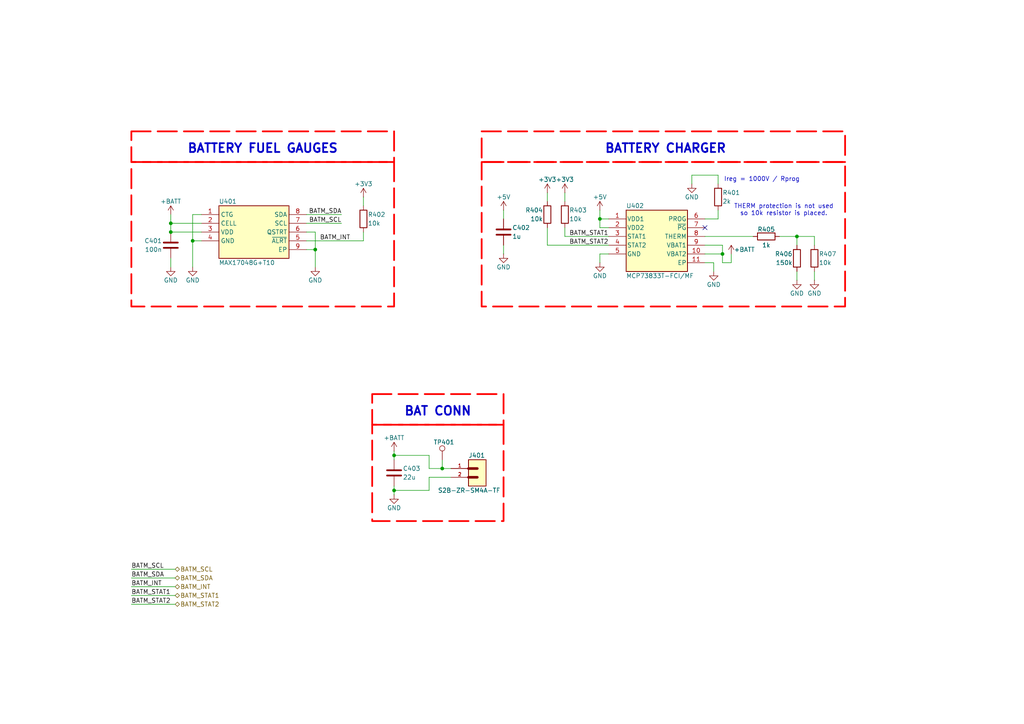
<source format=kicad_sch>
(kicad_sch (version 20231120) (generator "eeschema") (generator_version "8.0")
  (paper "A4")
  (title_block (title "Carga y gestión de la batería") (date "2024-07-18") (rev "Final") (company "MQuero"))
  (lib_symbols
    (symbol "Connector:TestPoint" (pin_numbers hide) (pin_names (offset 0.762) hide)
      (property "Reference" "TP" (at 0 6.858 0))
      (property "Value" "TestPoint" (at 0 5.08 0))
      (symbol "TestPoint_0_1"
        (circle (center 0 3.302) (radius 0.762))
      )
      (symbol "TestPoint_1_1"
        (pin passive line (at 0 0 90) (length 2.54) (name "1") (number "1"))
      )
    )
    (symbol "Device:C" (pin_numbers hide) (pin_names (offset 0.254))
      (property "Reference" "C" (at 0.635 2.54 0))
      (property "Value" "C" (at 0.635 -2.54 0))
      (symbol "C_0_1"
        (polyline (pts (xy -2.032 -0.762) (xy 2.032 -0.762)) (stroke (width 0.508)))
        (polyline (pts (xy -2.032 0.762) (xy 2.032 0.762)) (stroke (width 0.508)))
      )
      (symbol "C_1_1"
        (pin passive line (at 0 3.81 270) (length 2.794) (name "~") (number "1"))
        (pin passive line (at 0 -3.81 90) (length 2.794) (name "~") (number "2"))
      )
    )
    (symbol "Device:R" (pin_numbers hide) (pin_names (offset 0))
      (property "Reference" "R" (at 2.032 0 90))
      (property "Value" "R" (at 0 0 90))
      (symbol "R_0_1"
        (rectangle (start -1.016 -2.54) (end 1.016 2.54) (stroke (width 0.254)))
      )
      (symbol "R_1_1"
        (pin passive line (at 0 3.81 270) (length 1.27) (name "~") (number "1"))
        (pin passive line (at 0 -3.81 90) (length 1.27) (name "~") (number "2"))
      )
    )
    (symbol "TFG:MAX17048G+T10"
      (property "Reference" "U" (at 0 1.27 0))
      (property "Value" "MAX17048G+T10" (at 0 -16.51 0))
      (symbol "MAX17048G+T10_1_1"
        (rectangle (start 0 0) (end 20.32 -15.24) (stroke (width 0.254)) (fill (type background)))
        (pin unspecified line (at -5.08 -2.54 0) (length 5.08) (name "CTG") (number "1"))
        (pin unspecified line (at -5.08 -5.08 0) (length 5.08) (name "CELL") (number "2"))
        (pin unspecified line (at -5.08 -7.62 0) (length 5.08) (name "VDD") (number "3"))
        (pin unspecified line (at -5.08 -10.16 0) (length 5.08) (name "GND") (number "4"))
        (pin unspecified line (at 25.4 -10.16 180) (length 5.08) (name "~{ALRT}") (number "5"))
        (pin unspecified line (at 25.4 -7.62 180) (length 5.08) (name "QSTRT") (number "6"))
        (pin unspecified line (at 25.4 -5.08 180) (length 5.08) (name "SCL") (number "7"))
        (pin unspecified line (at 25.4 -2.54 180) (length 5.08) (name "SDA") (number "8"))
        (pin unspecified line (at 25.4 -12.7 180) (length 5.08) (name "EP") (number "9"))
      )
    )
    (symbol "TFG:MCP73833T-FCI_MF" (pin_names (offset 0.254))
      (property "Reference" "U" (at 0 1.27 0))
      (property "Value" "MCP73833T-FCI/MF" (at 0 -19.05 0))
      (symbol "MCP73833T-FCI_MF_1_1"
        (rectangle (start 0 0) (end 17.78 -17.78) (stroke (width 0.254)) (fill (type background)))
        (pin unspecified line (at -5.08 -2.54 0) (length 5.08) (name "VDD1") (number "1"))
        (pin unspecified line (at 22.86 -12.7 180) (length 5.08) (name "VBAT2") (number "10"))
        (pin unspecified line (at 22.86 -15.24 180) (length 5.08) (name "EP") (number "11"))
        (pin unspecified line (at -5.08 -5.08 0) (length 5.08) (name "VDD2") (number "2"))
        (pin unspecified line (at -5.08 -7.62 0) (length 5.08) (name "STAT1") (number "3"))
        (pin unspecified line (at -5.08 -10.16 0) (length 5.08) (name "STAT2") (number "4"))
        (pin unspecified line (at -5.08 -12.7 0) (length 5.08) (name "GND") (number "5"))
        (pin unspecified line (at 22.86 -2.54 180) (length 5.08) (name "PROG") (number "6"))
        (pin unspecified line (at 22.86 -5.08 180) (length 5.08) (name "~{PG}") (number "7"))
        (pin unspecified line (at 22.86 -7.62 180) (length 5.08) (name "THERM") (number "8"))
        (pin unspecified line (at 22.86 -10.16 180) (length 5.08) (name "VBAT1") (number "9"))
      )
    )
    (symbol "TFG:S2B-ZR-SM4A-TF" (pin_names (offset 1.016))
      (property "Reference" "J" (at 0 1.27 0))
      (property "Value" "S2B-ZR-SM4A-TF" (at 0 -8.89 0))
      (symbol "S2B-ZR-SM4A-TF_0_0"
        (polyline (pts (xy 0 -5.08) (xy 2.54 -5.08)) (stroke (width 0.762)))
        (polyline (pts (xy 0 -2.54) (xy 2.54 -2.54)) (stroke (width 0.762)))
        (rectangle (start 0 0) (end 5.08 -7.62) (stroke (width 0.254)) (fill (type background)))
      )
      (symbol "S2B-ZR-SM4A-TF_1_0"
        (pin unspecified line (at -5.08 -2.54 0) (length 5.08) (name "~") (number "1"))
        (pin unspecified line (at -5.08 -5.08 0) (length 5.08) (name "~") (number "2"))
      )
    )
    (symbol "power:+3V3" (power) (pin_numbers hide) (pin_names (offset 0) hide)
      (property "Value" "+3V3" (at 0 3.556 0))
      (symbol "+3V3_0_1"
        (polyline (pts (xy -0.762 1.27) (xy 0 2.54)))
        (polyline (pts (xy 0 0) (xy 0 2.54)))
        (polyline (pts (xy 0 2.54) (xy 0.762 1.27)))
      )
      (symbol "+3V3_1_1"
        (pin power_in line (at 0 0 90) (length 0) (name "~") (number "1"))
      )
    )
    (symbol "power:+5V" (power) (pin_numbers hide) (pin_names (offset 0) hide)
      (property "Value" "+5V" (at 0 3.556 0))
      (symbol "+5V_0_1"
        (polyline (pts (xy -0.762 1.27) (xy 0 2.54)))
        (polyline (pts (xy 0 0) (xy 0 2.54)))
        (polyline (pts (xy 0 2.54) (xy 0.762 1.27)))
      )
      (symbol "+5V_1_1"
        (pin power_in line (at 0 0 90) (length 0) (name "~") (number "1"))
      )
    )
    (symbol "power:+BATT" (power) (pin_numbers hide) (pin_names (offset 0) hide)
      (property "Value" "+BATT" (at 0 3.556 0))
      (symbol "+BATT_0_1"
        (polyline (pts (xy -0.762 1.27) (xy 0 2.54)))
        (polyline (pts (xy 0 0) (xy 0 2.54)))
        (polyline (pts (xy 0 2.54) (xy 0.762 1.27)))
      )
      (symbol "+BATT_1_1"
        (pin power_in line (at 0 0 90) (length 0) (name "~") (number "1"))
      )
    )
    (symbol "power:GND" (power) (pin_numbers hide) (pin_names (offset 0) hide)
      (property "Value" "GND" (at 0 -3.81 0))
      (symbol "GND_0_1"
        (polyline (pts (xy 0 0) (xy 0 -1.27) (xy 1.27 -1.27) (xy 0 -2.54) (xy -1.27 -1.27) (xy 0 -1.27)))
      )
      (symbol "GND_1_1"
        (pin power_in line (at 0 0 270) (length 0) (name "~") (number "1"))
      )
    )
  )
  (junction (at 91.44 72.39))
  (junction (at 49.53 67.31))
  (junction (at 128.27 135.89))
  (junction (at 55.88 69.85))
  (junction (at 114.3 142.24))
  (junction (at 209.55 73.66))
  (junction (at 173.99 63.5))
  (junction (at 49.53 64.77))
  (junction (at 231.14 68.58))
  (junction (at 114.3 132.08))
  (no_connect (at 204.47 66.04))
  (wire (pts (xy 163.83 68.58) (xy 163.83 66.04)))
  (wire (pts (xy 146.05 60.96) (xy 146.05 63.5)))
  (wire (pts (xy 38.1 175.26) (xy 50.8 175.26)))
  (wire (pts (xy 231.14 68.58) (xy 226.06 68.58)))
  (wire (pts (xy 88.9 64.77) (xy 99.06 64.77)))
  (wire (pts (xy 231.14 68.58) (xy 236.22 68.58)))
  (wire (pts (xy 88.9 72.39) (xy 91.44 72.39)))
  (wire (pts (xy 163.83 68.58) (xy 176.53 68.58)))
  (wire (pts (xy 114.3 132.08) (xy 124.46 132.08)))
  (wire (pts (xy 55.88 62.23) (xy 55.88 69.85)))
  (wire (pts (xy 88.9 67.31) (xy 91.44 67.31)))
  (wire (pts (xy 176.53 73.66) (xy 173.99 73.66)))
  (wire (pts (xy 204.47 68.58) (xy 218.44 68.58)))
  (wire (pts (xy 114.3 142.24) (xy 114.3 143.51)))
  (wire (pts (xy 209.55 71.12) (xy 209.55 73.66)))
  (wire (pts (xy 128.27 135.89) (xy 124.46 135.89)))
  (wire (pts (xy 158.75 66.04) (xy 158.75 71.12)))
  (wire (pts (xy 207.01 76.2) (xy 207.01 78.74)))
  (wire (pts (xy 173.99 63.5) (xy 176.53 63.5)))
  (wire (pts (xy 212.09 76.2) (xy 209.55 76.2)))
  (wire (pts (xy 208.28 63.5) (xy 208.28 60.96)))
  (wire (pts (xy 114.3 142.24) (xy 124.46 142.24)))
  (wire (pts (xy 204.47 73.66) (xy 209.55 73.66)))
  (wire (pts (xy 50.8 167.64) (xy 38.1 167.64)))
  (wire (pts (xy 91.44 72.39) (xy 91.44 77.47)))
  (wire (pts (xy 128.27 135.89) (xy 128.27 133.35)))
  (wire (pts (xy 200.66 50.8) (xy 200.66 53.34)))
  (wire (pts (xy 130.81 135.89) (xy 128.27 135.89)))
  (wire (pts (xy 130.81 138.43) (xy 124.46 138.43)))
  (wire (pts (xy 231.14 71.12) (xy 231.14 68.58)))
  (wire (pts (xy 236.22 78.74) (xy 236.22 81.28)))
  (wire (pts (xy 176.53 66.04) (xy 173.99 66.04)))
  (wire (pts (xy 114.3 132.08) (xy 114.3 133.35)))
  (wire (pts (xy 204.47 63.5) (xy 208.28 63.5)))
  (wire (pts (xy 91.44 67.31) (xy 91.44 72.39)))
  (wire (pts (xy 55.88 69.85) (xy 55.88 77.47)))
  (wire (pts (xy 204.47 71.12) (xy 209.55 71.12)))
  (wire (pts (xy 38.1 170.18) (xy 50.8 170.18)))
  (wire (pts (xy 231.14 78.74) (xy 231.14 81.28)))
  (wire (pts (xy 204.47 76.2) (xy 207.01 76.2)))
  (wire (pts (xy 208.28 50.8) (xy 200.66 50.8)))
  (wire (pts (xy 105.41 69.85) (xy 105.41 67.31)))
  (wire (pts (xy 49.53 64.77) (xy 58.42 64.77)))
  (wire (pts (xy 49.53 62.23) (xy 49.53 64.77)))
  (wire (pts (xy 105.41 57.15) (xy 105.41 59.69)))
  (wire (pts (xy 236.22 68.58) (xy 236.22 71.12)))
  (wire (pts (xy 173.99 73.66) (xy 173.99 76.2)))
  (wire (pts (xy 173.99 66.04) (xy 173.99 63.5)))
  (wire (pts (xy 49.53 67.31) (xy 49.53 64.77)))
  (wire (pts (xy 88.9 69.85) (xy 105.41 69.85)))
  (wire (pts (xy 114.3 140.97) (xy 114.3 142.24)))
  (wire (pts (xy 173.99 63.5) (xy 173.99 60.96)))
  (wire (pts (xy 58.42 62.23) (xy 55.88 62.23)))
  (wire (pts (xy 124.46 135.89) (xy 124.46 132.08)))
  (wire (pts (xy 55.88 69.85) (xy 58.42 69.85)))
  (wire (pts (xy 208.28 53.34) (xy 208.28 50.8)))
  (wire (pts (xy 163.83 55.88) (xy 163.83 58.42)))
  (wire (pts (xy 158.75 71.12) (xy 176.53 71.12)))
  (wire (pts (xy 58.42 67.31) (xy 49.53 67.31)))
  (wire (pts (xy 209.55 76.2) (xy 209.55 73.66)))
  (wire (pts (xy 146.05 71.12) (xy 146.05 73.66)))
  (wire (pts (xy 124.46 138.43) (xy 124.46 142.24)))
  (wire (pts (xy 38.1 172.72) (xy 50.8 172.72)))
  (wire (pts (xy 88.9 62.23) (xy 99.06 62.23)))
  (wire (pts (xy 50.8 165.1) (xy 38.1 165.1)))
  (wire (pts (xy 49.53 74.93) (xy 49.53 77.47)))
  (wire (pts (xy 158.75 55.88) (xy 158.75 58.42)))
  (wire (pts (xy 114.3 130.81) (xy 114.3 132.08)))
  (wire (pts (xy 212.09 73.66) (xy 212.09 76.2)))
  (rectangle (start 38.1 38.1) (end 114.3 46.99) (stroke (width 0.508) (type dash) (color 255 0 0 1)))
  (rectangle (start 107.95 123.19) (end 146.05 151.13) (stroke (width 0.508) (type dash) (color 255 0 0 1)))
  (rectangle (start 38.1 46.99) (end 114.3 88.9) (stroke (width 0.508) (type dash) (color 255 0 0 1)))
  (rectangle (start 139.7 46.99) (end 245.11 88.9) (stroke (width 0.508) (type dash) (color 255 0 0 1)))
  (rectangle (start 107.95 114.3) (end 146.05 123.19) (stroke (width 0.508) (type dash) (color 255 0 0 1)))
  (rectangle (start 139.7 38.1) (end 245.11 46.99) (stroke (width 0.508) (type dash) (color 255 0 0 1)))
  (text "BAT CONN" (at 127 119.38 0) (effects (font (size 2.54 2.54) (thickness 0.508) (bold yes))))
  (text "Ireg = 1000V / Rprog" (at 220.98 52.07 0) (effects (font (size 1.27 1.27))))
  (text "BATTERY FUEL GAUGES" (at 76.2 43.18 0) (effects (font (size 2.54 2.54) (thickness 0.508) (bold yes))))
  (text "THERM protection is not used\nso 10k resistor is placed." (at 227.33 60.96 0) (effects (font (size 1.27 1.27))))
  (text "BATTERY CHARGER" (at 193.04 43.18 0) (effects (font (size 2.54 2.54) (thickness 0.508) (bold yes))))
  (label "BATM_SCL" (at 99.06 64.77 180))
  (label "BATM_STAT1" (at 165.1 68.58 0))
  (label "BATM_INT" (at 101.6 69.85 180))
  (label "BATM_STAT2" (at 38.1 175.26 0))
  (label "BATM_STAT2" (at 165.1 71.12 0))
  (label "BATM_STAT1" (at 38.1 172.72 0))
  (label "BATM_SCL" (at 38.1 165.1 0))
  (label "BATM_INT" (at 38.1 170.18 0))
  (label "BATM_SDA" (at 99.06 62.23 180))
  (label "BATM_SDA" (at 38.1 167.64 0))
  (hierarchical_label "BATM_INT" (shape bidirectional) (at 50.8 170.18 0))
  (hierarchical_label "BATM_SCL" (shape bidirectional) (at 50.8 165.1 0))
  (hierarchical_label "BATM_STAT1" (shape bidirectional) (at 50.8 172.72 0))
  (hierarchical_label "BATM_STAT2" (shape bidirectional) (at 50.8 175.26 0))
  (hierarchical_label "BATM_SDA" (shape bidirectional) (at 50.8 167.64 0))
  (symbol (lib_id "power:GND") (at 207.01 78.74 0) (mirror y) (unit 1)
    (property "Reference" "#PWR0414" (effects (hide yes)))
    (property "Value" "GND" (at 207.01 82.55 0))
    (property "Description" "Power symbol creates a global label with name \"GND\" , ground" (effects (hide yes)))
  )
  (symbol (lib_id "power:GND") (at 146.05 73.66 0) (unit 1)
    (property "Reference" "#PWR0412" (effects (hide yes)))
    (property "Value" "GND" (at 146.05 77.47 0))
    (property "Description" "Power symbol creates a global label with name \"GND\" , ground" (effects (hide yes)))
  )
  (symbol (lib_id "power:GND") (at 236.22 81.28 0) (unit 1)
    (property "Reference" "#PWR0416" (effects (hide yes)))
    (property "Value" "GND" (at 236.22 85.09 0))
    (property "Description" "Power symbol creates a global label with name \"GND\" , ground" (effects (hide yes)))
  )
  (symbol (lib_id "Device:R") (at 236.22 74.93 0) (mirror y) (unit 1)
    (property "Reference" "R407" (at 237.49 73.66 0) (effects (justify right)))
    (property "Value" "10k" (at 237.49 76.2 0) (effects (justify right)))
    (property "Footprint" "Resistor_SMD:R_0402_1005Metric" (effects (hide yes)))
    (property "Description" "Resistor" (effects (hide yes)))
  )
  (symbol (lib_id "power:+5V") (at 146.05 60.96 0) (unit 1)
    (property "Reference" "#PWR0407" (effects (hide yes)))
    (property "Value" "+5V" (at 146.05 57.15 0))
    (property "Description" "Power symbol creates a global label with name \"+5V\"" (effects (hide yes)))
  )
  (symbol (lib_id "TFG:MAX17048G+T10") (at 63.5 59.69 0) (unit 1)
    (property "Reference" "U401" (at 63.5 58.42 0) (effects (justify left)))
    (property "Value" "MAX17048G+T10" (at 63.5 76.2 0) (effects (justify left)))
    (property "Footprint" "TFG:MAX17048G+T10" (effects (hide yes)))
    (property "Datasheet" "https://www.analog.com/MAX17048/datasheet" (effects (hide yes)))
    (property "Description" "IC BATT MON LI-ION 1CELL 8TDFN" (effects (hide yes)))
    (property "MQ PN" "TFGIC013" (effects (hide yes)))
  )
  (symbol (lib_id "TFG:MCP73833T-FCI_MF") (at 181.61 60.96 0) (unit 1)
    (property "Reference" "U402" (at 181.61 59.69 0) (effects (justify left)))
    (property "Value" "MCP73833T-FCI/MF" (at 181.61 80.01 0) (effects (justify left)))
    (property "Footprint" "TFG:MCP73833T" (effects (hide yes)))
    (property "Datasheet" "https://ww1.microchip.com/downloads/en/DeviceDoc/22005b.pdf" (effects (hide yes)))
    (property "Description" "IC BATT CONTRL LI-ION 1CEL 10DFN" (effects (hide yes)))
    (property "MQ PN" "TFGIC001" (effects (hide yes)))
  )
  (symbol (lib_id "power:GND") (at 49.53 77.47 0) (unit 1)
    (property "Reference" "#PWR0408" (effects (hide yes)))
    (property "Value" "GND" (at 49.53 81.28 0))
    (property "Description" "Power symbol creates a global label with name \"GND\" , ground" (effects (hide yes)))
  )
  (symbol (lib_id "power:GND") (at 55.88 77.47 0) (unit 1)
    (property "Reference" "#PWR0409" (effects (hide yes)))
    (property "Value" "GND" (at 55.88 81.28 0))
    (property "Description" "Power symbol creates a global label with name \"GND\" , ground" (effects (hide yes)))
  )
  (symbol (lib_id "power:GND") (at 173.99 76.2 0) (unit 1)
    (property "Reference" "#PWR0413" (effects (hide yes)))
    (property "Value" "GND" (at 173.99 80.01 0))
    (property "Description" "Power symbol creates a global label with name \"GND\" , ground" (effects (hide yes)))
  )
  (symbol (lib_id "Device:R") (at 158.75 62.23 0) (mirror y) (unit 1)
    (property "Reference" "R404" (at 157.48 60.96 0) (effects (justify left)))
    (property "Value" "10k" (at 157.48 63.5 0) (effects (justify left)))
    (property "Footprint" "Resistor_SMD:R_0402_1005Metric" (effects (hide yes)))
    (property "Description" "Resistor" (effects (hide yes)))
  )
  (symbol (lib_id "TFG:S2B-ZR-SM4A-TF") (at 135.89 133.35 0) (unit 1)
    (property "Reference" "J401" (at 135.89 132.08 0) (effects (justify left)))
    (property "Value" "S2B-ZR-SM4A-TF" (at 127 142.24 0) (effects (justify left)))
    (property "Footprint" "TFG:S2B-ZR-SM4A-TF" (effects (hide yes)))
    (property "Datasheet" "https://www.jst-mfg.com/product/pdf/eng/eZH.pdf" (effects (hide yes)))
    (property "Description" "CONN HEADER SMD R/A 2POS 1.5MM" (effects (hide yes)))
    (property "MQ PN" "TFGJ009" (effects (hide yes)))
  )
  (symbol (lib_id "Connector:TestPoint") (at 128.27 133.35 0) (mirror y) (unit 1)
    (property "Reference" "TP401" (at 125.73 128.27 0) (effects (justify right)))
    (property "Value" "TestPoint" (effects (hide yes)))
    (property "Footprint" "TestPoint:TestPoint_Pad_D1.0mm" (effects (hide yes)))
    (property "Description" "test point" (effects (hide yes)))
  )
  (symbol (lib_id "power:+5V") (at 173.99 60.96 0) (unit 1)
    (property "Reference" "#PWR0406" (effects (hide yes)))
    (property "Value" "+5V" (at 173.99 57.15 0))
    (property "Description" "Power symbol creates a global label with name \"+5V\"" (effects (hide yes)))
  )
  (symbol (lib_id "power:+3V3") (at 163.83 55.88 0) (unit 1)
    (property "Reference" "#PWR0403" (effects (hide yes)))
    (property "Value" "+3V3" (at 163.83 52.07 0))
    (property "Description" "Power symbol creates a global label with name \"+3V3\"" (effects (hide yes)))
  )
  (symbol (lib_id "power:GND") (at 200.66 53.34 0) (unit 1)
    (property "Reference" "#PWR0402" (effects (hide yes)))
    (property "Value" "GND" (at 200.66 57.15 0))
    (property "Description" "Power symbol creates a global label with name \"GND\" , ground" (effects (hide yes)))
  )
  (symbol (lib_id "power:GND") (at 231.14 81.28 0) (unit 1)
    (property "Reference" "#PWR0415" (effects (hide yes)))
    (property "Value" "GND" (at 231.14 85.09 0))
    (property "Description" "Power symbol creates a global label with name \"GND\" , ground" (effects (hide yes)))
  )
  (symbol (lib_id "Device:R") (at 208.28 57.15 0) (unit 1)
    (property "Reference" "R401" (at 209.55 55.88 0) (effects (justify left)))
    (property "Value" "2k" (at 209.55 58.42 0) (effects (justify left)))
    (property "Footprint" "Resistor_SMD:R_0402_1005Metric" (effects (hide yes)))
    (property "Description" "Resistor" (effects (hide yes)))
  )
  (symbol (lib_id "Device:R") (at 105.41 63.5 0) (unit 1)
    (property "Reference" "R402" (at 106.68 62.23 0) (effects (justify left)))
    (property "Value" "10k" (at 106.68 64.77 0) (effects (justify left)))
    (property "Footprint" "Resistor_SMD:R_0402_1005Metric" (effects (hide yes)))
    (property "Description" "Resistor" (effects (hide yes)))
  )
  (symbol (lib_id "power:+BATT") (at 212.09 73.66 0) (unit 1)
    (property "Reference" "#PWR0411" (effects (hide yes)))
    (property "Value" "+BATT" (at 215.9 72.39 0))
    (property "Description" "Power symbol creates a global label with name \"+BATT\"" (effects (hide yes)))
  )
  (symbol (lib_id "power:GND") (at 91.44 77.47 0) (unit 1)
    (property "Reference" "#PWR0410" (effects (hide yes)))
    (property "Value" "GND" (at 91.44 81.28 0))
    (property "Description" "Power symbol creates a global label with name \"GND\" , ground" (effects (hide yes)))
  )
  (symbol (lib_id "power:+3V3") (at 105.41 57.15 0) (unit 1)
    (property "Reference" "#PWR0401" (effects (hide yes)))
    (property "Value" "+3V3" (at 105.41 53.34 0))
    (property "Description" "Power symbol creates a global label with name \"+3V3\"" (effects (hide yes)))
  )
  (symbol (lib_id "Device:C") (at 49.53 71.12 0) (unit 1)
    (property "Reference" "C401" (at 46.99 69.85 0) (effects (justify right)))
    (property "Value" "100n" (at 46.99 72.39 0) (effects (justify right)))
    (property "Footprint" "Capacitor_SMD:C_0402_1005Metric" (effects (hide yes)))
    (property "Description" "Unpolarized capacitor" (effects (hide yes)))
  )
  (symbol (lib_id "power:+BATT") (at 49.53 62.23 0) (unit 1)
    (property "Reference" "#PWR0405" (effects (hide yes)))
    (property "Value" "+BATT" (at 49.53 58.42 0))
    (property "Description" "Power symbol creates a global label with name \"+BATT\"" (effects (hide yes)))
  )
  (symbol (lib_id "Device:R") (at 163.83 62.23 0) (unit 1)
    (property "Reference" "R403" (at 165.1 60.96 0) (effects (justify left)))
    (property "Value" "10k" (at 165.1 63.5 0) (effects (justify left)))
    (property "Footprint" "Resistor_SMD:R_0402_1005Metric" (effects (hide yes)))
    (property "Description" "Resistor" (effects (hide yes)))
  )
  (symbol (lib_id "Device:R") (at 222.25 68.58 90) (unit 1)
    (property "Reference" "R405" (at 222.25 66.548 90))
    (property "Value" "1k" (at 222.25 71.12 90))
    (property "Footprint" "Resistor_SMD:R_0402_1005Metric" (effects (hide yes)))
    (property "Description" "Resistor" (effects (hide yes)))
  )
  (symbol (lib_id "Device:R") (at 231.14 74.93 0) (unit 1)
    (property "Reference" "R406" (at 229.87 73.66 0) (effects (justify right)))
    (property "Value" "150k" (at 229.87 76.2 0) (effects (justify right)))
    (property "Footprint" "Resistor_SMD:R_0402_1005Metric" (effects (hide yes)))
    (property "Description" "Resistor" (effects (hide yes)))
  )
  (symbol (lib_id "power:+3V3") (at 158.75 55.88 0) (mirror y) (unit 1)
    (property "Reference" "#PWR0404" (effects (hide yes)))
    (property "Value" "+3V3" (at 158.75 52.07 0))
    (property "Description" "Power symbol creates a global label with name \"+3V3\"" (effects (hide yes)))
  )
  (symbol (lib_id "Device:C") (at 146.05 67.31 0) (unit 1)
    (property "Reference" "C402" (at 148.59 66.04 0) (effects (justify left)))
    (property "Value" "1u" (at 148.59 68.58 0) (effects (justify left)))
    (property "Footprint" "Capacitor_SMD:C_0402_1005Metric" (effects (hide yes)))
    (property "Description" "Unpolarized capacitor" (effects (hide yes)))
  )
  (symbol (lib_id "power:+BATT") (at 114.3 130.81 0) (unit 1)
    (property "Reference" "#PWR0417" (effects (hide yes)))
    (property "Value" "+BATT" (at 114.3 127 0))
    (property "Description" "Power symbol creates a global label with name \"+BATT\"" (effects (hide yes)))
  )
  (symbol (lib_id "Device:C") (at 114.3 137.16 0) (unit 1)
    (property "Reference" "C403" (at 116.84 135.89 0) (effects (justify left)))
    (property "Value" "22u" (at 116.84 138.43 0) (effects (justify left)))
    (property "Footprint" "Capacitor_SMD:C_0603_1608Metric" (effects (hide yes)))
    (property "Description" "Unpolarized capacitor" (effects (hide yes)))
  )
  (symbol (lib_id "power:GND") (at 114.3 143.51 0) (mirror y) (unit 1)
    (property "Reference" "#PWR0418" (effects (hide yes)))
    (property "Value" "GND" (at 114.3 147.32 0))
    (property "Description" "Power symbol creates a global label with name \"GND\" , ground" (effects (hide yes)))
  )
)
</source>
